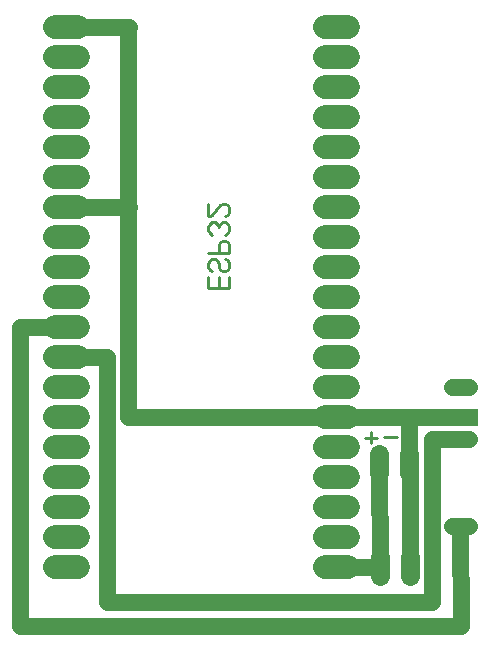
<source format=gbr>
%FSLAX34Y34*%
%MOMM*%
%LNCOPPER_BOTTOM*%
G71*
G01*
%ADD10C,2.000*%
%ADD11C,0.222*%
%ADD12C,1.400*%
%ADD13C,1.600*%
%LPD*%
G54D10*
X-117304Y517668D02*
X-137304Y517668D01*
G54D10*
X-117304Y492268D02*
X-137304Y492268D01*
G54D10*
X-117304Y466868D02*
X-137304Y466868D01*
G54D10*
X-117304Y441468D02*
X-137304Y441468D01*
G54D10*
X-117304Y416068D02*
X-137304Y416068D01*
G54D10*
X-117304Y390668D02*
X-137304Y390668D01*
G54D10*
X-117304Y365268D02*
X-137304Y365268D01*
G54D10*
X-117304Y339868D02*
X-137304Y339868D01*
G54D10*
X-117304Y314468D02*
X-137304Y314468D01*
G54D10*
X-117304Y289068D02*
X-137304Y289068D01*
G54D10*
X-117304Y263668D02*
X-137304Y263668D01*
G54D10*
X-117304Y238268D02*
X-137304Y238268D01*
G54D10*
X-117304Y212868D02*
X-137304Y212868D01*
G54D10*
X-117304Y187468D02*
X-137304Y187468D01*
G54D10*
X-117304Y162068D02*
X-137304Y162068D01*
G54D10*
X-117304Y136668D02*
X-137304Y136668D01*
G54D10*
X-117304Y111268D02*
X-137304Y111268D01*
G54D10*
X-117304Y85868D02*
X-137304Y85868D01*
G54D10*
X-117304Y60468D02*
X-137304Y60468D01*
G54D10*
X-345904Y517668D02*
X-365904Y517668D01*
G54D10*
X-345904Y492268D02*
X-365904Y492268D01*
G54D10*
X-345904Y466868D02*
X-365904Y466868D01*
G54D10*
X-345904Y441468D02*
X-365904Y441468D01*
G54D10*
X-345904Y416068D02*
X-365904Y416068D01*
G54D10*
X-345904Y390668D02*
X-365904Y390668D01*
G54D10*
X-345904Y365268D02*
X-365904Y365268D01*
G54D10*
X-345904Y339868D02*
X-365904Y339868D01*
G54D10*
X-345904Y314468D02*
X-365904Y314468D01*
G54D10*
X-345904Y289068D02*
X-365904Y289068D01*
G54D10*
X-345904Y263668D02*
X-365904Y263668D01*
G54D10*
X-345904Y238268D02*
X-365904Y238268D01*
G54D10*
X-345904Y212868D02*
X-365904Y212868D01*
G54D10*
X-345904Y187468D02*
X-365904Y187468D01*
G54D10*
X-345904Y162068D02*
X-365904Y162068D01*
G54D10*
X-345904Y136668D02*
X-365904Y136668D01*
G54D10*
X-345904Y111268D02*
X-365904Y111268D01*
G54D10*
X-345904Y85868D02*
X-365904Y85868D01*
G54D10*
X-345904Y60468D02*
X-365904Y60468D01*
G54D11*
X-235872Y305763D02*
X-235872Y296429D01*
X-218094Y296429D01*
X-218094Y305763D01*
G54D11*
X-226983Y296429D02*
X-226983Y305763D01*
G54D11*
X-232539Y310651D02*
X-234761Y311985D01*
X-235872Y314651D01*
X-235872Y317318D01*
X-234761Y319985D01*
X-232539Y321318D01*
X-230316Y321318D01*
X-228094Y319985D01*
X-226983Y317318D01*
X-226983Y314651D01*
X-225872Y311985D01*
X-223650Y310651D01*
X-221427Y310651D01*
X-219205Y311985D01*
X-218094Y314651D01*
X-218094Y317318D01*
X-219205Y319985D01*
X-221427Y321318D01*
G54D11*
X-235872Y326207D02*
X-218094Y326207D01*
X-218094Y332874D01*
X-219205Y335541D01*
X-221427Y336874D01*
X-223650Y336874D01*
X-225872Y335541D01*
X-226983Y332874D01*
X-226983Y326207D01*
G54D11*
X-221427Y341763D02*
X-219205Y343097D01*
X-218094Y345763D01*
X-218094Y348430D01*
X-219205Y351097D01*
X-221427Y352430D01*
X-223650Y352430D01*
X-225872Y351097D01*
X-226983Y348430D01*
X-228094Y351097D01*
X-230316Y352430D01*
X-232539Y352430D01*
X-234761Y351097D01*
X-235872Y348430D01*
X-235872Y345763D01*
X-234761Y343097D01*
X-232539Y341763D01*
G54D11*
X-235872Y367986D02*
X-235872Y357319D01*
X-234761Y357319D01*
X-232539Y358653D01*
X-225872Y366653D01*
X-223650Y367986D01*
X-221427Y367986D01*
X-219205Y366653D01*
X-218094Y363986D01*
X-218094Y361319D01*
X-219205Y358653D01*
X-221427Y357319D01*
G54D12*
X-303480Y187471D02*
X-127304Y187468D01*
X-21928Y187124D01*
G54D12*
X-91204Y148220D02*
X-90807Y60589D01*
X-127304Y60468D01*
G54D12*
X-22345Y95029D02*
X-22309Y10691D01*
X-394975Y10294D01*
X-395178Y263668D01*
X-355904Y263668D01*
G54D12*
X-22345Y168450D02*
X-46483Y168446D01*
X-46483Y30731D01*
X-321914Y31128D01*
X-321720Y238464D01*
X-355868Y238464D01*
G54D12*
X-303480Y187471D02*
X-303480Y517274D01*
X-303083Y517671D01*
X-355904Y517668D01*
G54D12*
X-355904Y365268D02*
X-303477Y365268D01*
X-303083Y364874D01*
G54D12*
X-29147Y212638D02*
X-15147Y212638D01*
G54D12*
X-29345Y168450D02*
X-15345Y168450D01*
G54D12*
X-29345Y95029D02*
X-15345Y95029D01*
G36*
X-7928Y194124D02*
X-35928Y194124D01*
X-35928Y180124D01*
X-7928Y180124D01*
X-7928Y194124D01*
G37*
G54D11*
X-92912Y169944D02*
X-103579Y169944D01*
G54D11*
X-98246Y165500D02*
X-98246Y174389D01*
G54D11*
X-86673Y170104D02*
X-76007Y170104D01*
G54D13*
X-65407Y68589D02*
X-65407Y52589D01*
G54D13*
X-90807Y68589D02*
X-90807Y52589D01*
G54D13*
X-65804Y156220D02*
X-65804Y140220D01*
G54D13*
X-91204Y156220D02*
X-91204Y140220D01*
G54D12*
X-65407Y60589D02*
X-65407Y147823D01*
X-65804Y148220D01*
X-65804Y187138D01*
X-65966Y187300D01*
M02*

</source>
